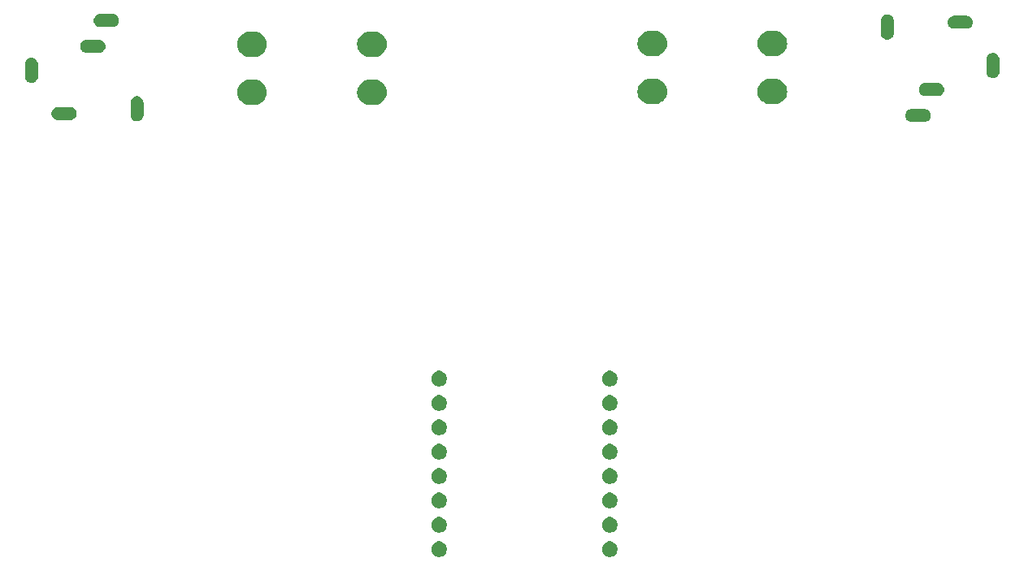
<source format=gbs>
G04 #@! TF.GenerationSoftware,KiCad,Pcbnew,(5.0.2)-1*
G04 #@! TF.CreationDate,2019-02-20T13:19:55+00:00*
G04 #@! TF.ProjectId,SplitAudio,53706c69-7441-4756-9469-6f2e6b696361,rev?*
G04 #@! TF.SameCoordinates,Original*
G04 #@! TF.FileFunction,Soldermask,Bot*
G04 #@! TF.FilePolarity,Negative*
%FSLAX46Y46*%
G04 Gerber Fmt 4.6, Leading zero omitted, Abs format (unit mm)*
G04 Created by KiCad (PCBNEW (5.0.2)-1) date 20/02/2019 13:19:55*
%MOMM*%
%LPD*%
G01*
G04 APERTURE LIST*
%ADD10C,0.100000*%
G04 APERTURE END LIST*
D10*
G36*
X159622142Y-121138242D02*
X159770102Y-121199530D01*
X159903258Y-121288502D01*
X160016498Y-121401742D01*
X160105470Y-121534898D01*
X160166758Y-121682858D01*
X160198000Y-121839925D01*
X160198000Y-122000075D01*
X160166758Y-122157142D01*
X160105470Y-122305102D01*
X160016498Y-122438258D01*
X159903258Y-122551498D01*
X159770102Y-122640470D01*
X159622142Y-122701758D01*
X159465075Y-122733000D01*
X159304925Y-122733000D01*
X159147858Y-122701758D01*
X158999898Y-122640470D01*
X158866742Y-122551498D01*
X158753502Y-122438258D01*
X158664530Y-122305102D01*
X158603242Y-122157142D01*
X158572000Y-122000075D01*
X158572000Y-121839925D01*
X158603242Y-121682858D01*
X158664530Y-121534898D01*
X158753502Y-121401742D01*
X158866742Y-121288502D01*
X158999898Y-121199530D01*
X159147858Y-121138242D01*
X159304925Y-121107000D01*
X159465075Y-121107000D01*
X159622142Y-121138242D01*
X159622142Y-121138242D01*
G37*
G36*
X141842142Y-121138242D02*
X141990102Y-121199530D01*
X142123258Y-121288502D01*
X142236498Y-121401742D01*
X142325470Y-121534898D01*
X142386758Y-121682858D01*
X142418000Y-121839925D01*
X142418000Y-122000075D01*
X142386758Y-122157142D01*
X142325470Y-122305102D01*
X142236498Y-122438258D01*
X142123258Y-122551498D01*
X141990102Y-122640470D01*
X141842142Y-122701758D01*
X141685075Y-122733000D01*
X141524925Y-122733000D01*
X141367858Y-122701758D01*
X141219898Y-122640470D01*
X141086742Y-122551498D01*
X140973502Y-122438258D01*
X140884530Y-122305102D01*
X140823242Y-122157142D01*
X140792000Y-122000075D01*
X140792000Y-121839925D01*
X140823242Y-121682858D01*
X140884530Y-121534898D01*
X140973502Y-121401742D01*
X141086742Y-121288502D01*
X141219898Y-121199530D01*
X141367858Y-121138242D01*
X141524925Y-121107000D01*
X141685075Y-121107000D01*
X141842142Y-121138242D01*
X141842142Y-121138242D01*
G37*
G36*
X159622142Y-118598242D02*
X159770102Y-118659530D01*
X159903258Y-118748502D01*
X160016498Y-118861742D01*
X160105470Y-118994898D01*
X160166758Y-119142858D01*
X160198000Y-119299925D01*
X160198000Y-119460075D01*
X160166758Y-119617142D01*
X160105470Y-119765102D01*
X160016498Y-119898258D01*
X159903258Y-120011498D01*
X159770102Y-120100470D01*
X159622142Y-120161758D01*
X159465075Y-120193000D01*
X159304925Y-120193000D01*
X159147858Y-120161758D01*
X158999898Y-120100470D01*
X158866742Y-120011498D01*
X158753502Y-119898258D01*
X158664530Y-119765102D01*
X158603242Y-119617142D01*
X158572000Y-119460075D01*
X158572000Y-119299925D01*
X158603242Y-119142858D01*
X158664530Y-118994898D01*
X158753502Y-118861742D01*
X158866742Y-118748502D01*
X158999898Y-118659530D01*
X159147858Y-118598242D01*
X159304925Y-118567000D01*
X159465075Y-118567000D01*
X159622142Y-118598242D01*
X159622142Y-118598242D01*
G37*
G36*
X141842142Y-118598242D02*
X141990102Y-118659530D01*
X142123258Y-118748502D01*
X142236498Y-118861742D01*
X142325470Y-118994898D01*
X142386758Y-119142858D01*
X142418000Y-119299925D01*
X142418000Y-119460075D01*
X142386758Y-119617142D01*
X142325470Y-119765102D01*
X142236498Y-119898258D01*
X142123258Y-120011498D01*
X141990102Y-120100470D01*
X141842142Y-120161758D01*
X141685075Y-120193000D01*
X141524925Y-120193000D01*
X141367858Y-120161758D01*
X141219898Y-120100470D01*
X141086742Y-120011498D01*
X140973502Y-119898258D01*
X140884530Y-119765102D01*
X140823242Y-119617142D01*
X140792000Y-119460075D01*
X140792000Y-119299925D01*
X140823242Y-119142858D01*
X140884530Y-118994898D01*
X140973502Y-118861742D01*
X141086742Y-118748502D01*
X141219898Y-118659530D01*
X141367858Y-118598242D01*
X141524925Y-118567000D01*
X141685075Y-118567000D01*
X141842142Y-118598242D01*
X141842142Y-118598242D01*
G37*
G36*
X159622142Y-116058242D02*
X159770102Y-116119530D01*
X159903258Y-116208502D01*
X160016498Y-116321742D01*
X160105470Y-116454898D01*
X160166758Y-116602858D01*
X160198000Y-116759925D01*
X160198000Y-116920075D01*
X160166758Y-117077142D01*
X160105470Y-117225102D01*
X160016498Y-117358258D01*
X159903258Y-117471498D01*
X159770102Y-117560470D01*
X159622142Y-117621758D01*
X159465075Y-117653000D01*
X159304925Y-117653000D01*
X159147858Y-117621758D01*
X158999898Y-117560470D01*
X158866742Y-117471498D01*
X158753502Y-117358258D01*
X158664530Y-117225102D01*
X158603242Y-117077142D01*
X158572000Y-116920075D01*
X158572000Y-116759925D01*
X158603242Y-116602858D01*
X158664530Y-116454898D01*
X158753502Y-116321742D01*
X158866742Y-116208502D01*
X158999898Y-116119530D01*
X159147858Y-116058242D01*
X159304925Y-116027000D01*
X159465075Y-116027000D01*
X159622142Y-116058242D01*
X159622142Y-116058242D01*
G37*
G36*
X141842142Y-116058242D02*
X141990102Y-116119530D01*
X142123258Y-116208502D01*
X142236498Y-116321742D01*
X142325470Y-116454898D01*
X142386758Y-116602858D01*
X142418000Y-116759925D01*
X142418000Y-116920075D01*
X142386758Y-117077142D01*
X142325470Y-117225102D01*
X142236498Y-117358258D01*
X142123258Y-117471498D01*
X141990102Y-117560470D01*
X141842142Y-117621758D01*
X141685075Y-117653000D01*
X141524925Y-117653000D01*
X141367858Y-117621758D01*
X141219898Y-117560470D01*
X141086742Y-117471498D01*
X140973502Y-117358258D01*
X140884530Y-117225102D01*
X140823242Y-117077142D01*
X140792000Y-116920075D01*
X140792000Y-116759925D01*
X140823242Y-116602858D01*
X140884530Y-116454898D01*
X140973502Y-116321742D01*
X141086742Y-116208502D01*
X141219898Y-116119530D01*
X141367858Y-116058242D01*
X141524925Y-116027000D01*
X141685075Y-116027000D01*
X141842142Y-116058242D01*
X141842142Y-116058242D01*
G37*
G36*
X141842142Y-113518242D02*
X141990102Y-113579530D01*
X142123258Y-113668502D01*
X142236498Y-113781742D01*
X142325470Y-113914898D01*
X142386758Y-114062858D01*
X142418000Y-114219925D01*
X142418000Y-114380075D01*
X142386758Y-114537142D01*
X142325470Y-114685102D01*
X142236498Y-114818258D01*
X142123258Y-114931498D01*
X141990102Y-115020470D01*
X141842142Y-115081758D01*
X141685075Y-115113000D01*
X141524925Y-115113000D01*
X141367858Y-115081758D01*
X141219898Y-115020470D01*
X141086742Y-114931498D01*
X140973502Y-114818258D01*
X140884530Y-114685102D01*
X140823242Y-114537142D01*
X140792000Y-114380075D01*
X140792000Y-114219925D01*
X140823242Y-114062858D01*
X140884530Y-113914898D01*
X140973502Y-113781742D01*
X141086742Y-113668502D01*
X141219898Y-113579530D01*
X141367858Y-113518242D01*
X141524925Y-113487000D01*
X141685075Y-113487000D01*
X141842142Y-113518242D01*
X141842142Y-113518242D01*
G37*
G36*
X159622142Y-113518242D02*
X159770102Y-113579530D01*
X159903258Y-113668502D01*
X160016498Y-113781742D01*
X160105470Y-113914898D01*
X160166758Y-114062858D01*
X160198000Y-114219925D01*
X160198000Y-114380075D01*
X160166758Y-114537142D01*
X160105470Y-114685102D01*
X160016498Y-114818258D01*
X159903258Y-114931498D01*
X159770102Y-115020470D01*
X159622142Y-115081758D01*
X159465075Y-115113000D01*
X159304925Y-115113000D01*
X159147858Y-115081758D01*
X158999898Y-115020470D01*
X158866742Y-114931498D01*
X158753502Y-114818258D01*
X158664530Y-114685102D01*
X158603242Y-114537142D01*
X158572000Y-114380075D01*
X158572000Y-114219925D01*
X158603242Y-114062858D01*
X158664530Y-113914898D01*
X158753502Y-113781742D01*
X158866742Y-113668502D01*
X158999898Y-113579530D01*
X159147858Y-113518242D01*
X159304925Y-113487000D01*
X159465075Y-113487000D01*
X159622142Y-113518242D01*
X159622142Y-113518242D01*
G37*
G36*
X141842142Y-110978242D02*
X141990102Y-111039530D01*
X142123258Y-111128502D01*
X142236498Y-111241742D01*
X142325470Y-111374898D01*
X142386758Y-111522858D01*
X142418000Y-111679925D01*
X142418000Y-111840075D01*
X142386758Y-111997142D01*
X142325470Y-112145102D01*
X142236498Y-112278258D01*
X142123258Y-112391498D01*
X141990102Y-112480470D01*
X141842142Y-112541758D01*
X141685075Y-112573000D01*
X141524925Y-112573000D01*
X141367858Y-112541758D01*
X141219898Y-112480470D01*
X141086742Y-112391498D01*
X140973502Y-112278258D01*
X140884530Y-112145102D01*
X140823242Y-111997142D01*
X140792000Y-111840075D01*
X140792000Y-111679925D01*
X140823242Y-111522858D01*
X140884530Y-111374898D01*
X140973502Y-111241742D01*
X141086742Y-111128502D01*
X141219898Y-111039530D01*
X141367858Y-110978242D01*
X141524925Y-110947000D01*
X141685075Y-110947000D01*
X141842142Y-110978242D01*
X141842142Y-110978242D01*
G37*
G36*
X159622142Y-110978242D02*
X159770102Y-111039530D01*
X159903258Y-111128502D01*
X160016498Y-111241742D01*
X160105470Y-111374898D01*
X160166758Y-111522858D01*
X160198000Y-111679925D01*
X160198000Y-111840075D01*
X160166758Y-111997142D01*
X160105470Y-112145102D01*
X160016498Y-112278258D01*
X159903258Y-112391498D01*
X159770102Y-112480470D01*
X159622142Y-112541758D01*
X159465075Y-112573000D01*
X159304925Y-112573000D01*
X159147858Y-112541758D01*
X158999898Y-112480470D01*
X158866742Y-112391498D01*
X158753502Y-112278258D01*
X158664530Y-112145102D01*
X158603242Y-111997142D01*
X158572000Y-111840075D01*
X158572000Y-111679925D01*
X158603242Y-111522858D01*
X158664530Y-111374898D01*
X158753502Y-111241742D01*
X158866742Y-111128502D01*
X158999898Y-111039530D01*
X159147858Y-110978242D01*
X159304925Y-110947000D01*
X159465075Y-110947000D01*
X159622142Y-110978242D01*
X159622142Y-110978242D01*
G37*
G36*
X141842142Y-108438242D02*
X141990102Y-108499530D01*
X142123258Y-108588502D01*
X142236498Y-108701742D01*
X142325470Y-108834898D01*
X142386758Y-108982858D01*
X142418000Y-109139925D01*
X142418000Y-109300075D01*
X142386758Y-109457142D01*
X142325470Y-109605102D01*
X142236498Y-109738258D01*
X142123258Y-109851498D01*
X141990102Y-109940470D01*
X141842142Y-110001758D01*
X141685075Y-110033000D01*
X141524925Y-110033000D01*
X141367858Y-110001758D01*
X141219898Y-109940470D01*
X141086742Y-109851498D01*
X140973502Y-109738258D01*
X140884530Y-109605102D01*
X140823242Y-109457142D01*
X140792000Y-109300075D01*
X140792000Y-109139925D01*
X140823242Y-108982858D01*
X140884530Y-108834898D01*
X140973502Y-108701742D01*
X141086742Y-108588502D01*
X141219898Y-108499530D01*
X141367858Y-108438242D01*
X141524925Y-108407000D01*
X141685075Y-108407000D01*
X141842142Y-108438242D01*
X141842142Y-108438242D01*
G37*
G36*
X159622142Y-108438242D02*
X159770102Y-108499530D01*
X159903258Y-108588502D01*
X160016498Y-108701742D01*
X160105470Y-108834898D01*
X160166758Y-108982858D01*
X160198000Y-109139925D01*
X160198000Y-109300075D01*
X160166758Y-109457142D01*
X160105470Y-109605102D01*
X160016498Y-109738258D01*
X159903258Y-109851498D01*
X159770102Y-109940470D01*
X159622142Y-110001758D01*
X159465075Y-110033000D01*
X159304925Y-110033000D01*
X159147858Y-110001758D01*
X158999898Y-109940470D01*
X158866742Y-109851498D01*
X158753502Y-109738258D01*
X158664530Y-109605102D01*
X158603242Y-109457142D01*
X158572000Y-109300075D01*
X158572000Y-109139925D01*
X158603242Y-108982858D01*
X158664530Y-108834898D01*
X158753502Y-108701742D01*
X158866742Y-108588502D01*
X158999898Y-108499530D01*
X159147858Y-108438242D01*
X159304925Y-108407000D01*
X159465075Y-108407000D01*
X159622142Y-108438242D01*
X159622142Y-108438242D01*
G37*
G36*
X141842142Y-105898242D02*
X141990102Y-105959530D01*
X142123258Y-106048502D01*
X142236498Y-106161742D01*
X142325470Y-106294898D01*
X142386758Y-106442858D01*
X142418000Y-106599925D01*
X142418000Y-106760075D01*
X142386758Y-106917142D01*
X142325470Y-107065102D01*
X142236498Y-107198258D01*
X142123258Y-107311498D01*
X141990102Y-107400470D01*
X141842142Y-107461758D01*
X141685075Y-107493000D01*
X141524925Y-107493000D01*
X141367858Y-107461758D01*
X141219898Y-107400470D01*
X141086742Y-107311498D01*
X140973502Y-107198258D01*
X140884530Y-107065102D01*
X140823242Y-106917142D01*
X140792000Y-106760075D01*
X140792000Y-106599925D01*
X140823242Y-106442858D01*
X140884530Y-106294898D01*
X140973502Y-106161742D01*
X141086742Y-106048502D01*
X141219898Y-105959530D01*
X141367858Y-105898242D01*
X141524925Y-105867000D01*
X141685075Y-105867000D01*
X141842142Y-105898242D01*
X141842142Y-105898242D01*
G37*
G36*
X159622142Y-105898242D02*
X159770102Y-105959530D01*
X159903258Y-106048502D01*
X160016498Y-106161742D01*
X160105470Y-106294898D01*
X160166758Y-106442858D01*
X160198000Y-106599925D01*
X160198000Y-106760075D01*
X160166758Y-106917142D01*
X160105470Y-107065102D01*
X160016498Y-107198258D01*
X159903258Y-107311498D01*
X159770102Y-107400470D01*
X159622142Y-107461758D01*
X159465075Y-107493000D01*
X159304925Y-107493000D01*
X159147858Y-107461758D01*
X158999898Y-107400470D01*
X158866742Y-107311498D01*
X158753502Y-107198258D01*
X158664530Y-107065102D01*
X158603242Y-106917142D01*
X158572000Y-106760075D01*
X158572000Y-106599925D01*
X158603242Y-106442858D01*
X158664530Y-106294898D01*
X158753502Y-106161742D01*
X158866742Y-106048502D01*
X158999898Y-105959530D01*
X159147858Y-105898242D01*
X159304925Y-105867000D01*
X159465075Y-105867000D01*
X159622142Y-105898242D01*
X159622142Y-105898242D01*
G37*
G36*
X141842142Y-103358242D02*
X141990102Y-103419530D01*
X142123258Y-103508502D01*
X142236498Y-103621742D01*
X142325470Y-103754898D01*
X142386758Y-103902858D01*
X142418000Y-104059925D01*
X142418000Y-104220075D01*
X142386758Y-104377142D01*
X142325470Y-104525102D01*
X142236498Y-104658258D01*
X142123258Y-104771498D01*
X141990102Y-104860470D01*
X141842142Y-104921758D01*
X141685075Y-104953000D01*
X141524925Y-104953000D01*
X141367858Y-104921758D01*
X141219898Y-104860470D01*
X141086742Y-104771498D01*
X140973502Y-104658258D01*
X140884530Y-104525102D01*
X140823242Y-104377142D01*
X140792000Y-104220075D01*
X140792000Y-104059925D01*
X140823242Y-103902858D01*
X140884530Y-103754898D01*
X140973502Y-103621742D01*
X141086742Y-103508502D01*
X141219898Y-103419530D01*
X141367858Y-103358242D01*
X141524925Y-103327000D01*
X141685075Y-103327000D01*
X141842142Y-103358242D01*
X141842142Y-103358242D01*
G37*
G36*
X159622142Y-103358242D02*
X159770102Y-103419530D01*
X159903258Y-103508502D01*
X160016498Y-103621742D01*
X160105470Y-103754898D01*
X160166758Y-103902858D01*
X160198000Y-104059925D01*
X160198000Y-104220075D01*
X160166758Y-104377142D01*
X160105470Y-104525102D01*
X160016498Y-104658258D01*
X159903258Y-104771498D01*
X159770102Y-104860470D01*
X159622142Y-104921758D01*
X159465075Y-104953000D01*
X159304925Y-104953000D01*
X159147858Y-104921758D01*
X158999898Y-104860470D01*
X158866742Y-104771498D01*
X158753502Y-104658258D01*
X158664530Y-104525102D01*
X158603242Y-104377142D01*
X158572000Y-104220075D01*
X158572000Y-104059925D01*
X158603242Y-103902858D01*
X158664530Y-103754898D01*
X158753502Y-103621742D01*
X158866742Y-103508502D01*
X158999898Y-103419530D01*
X159147858Y-103358242D01*
X159304925Y-103327000D01*
X159465075Y-103327000D01*
X159622142Y-103358242D01*
X159622142Y-103358242D01*
G37*
G36*
X192239003Y-76031559D02*
X192272303Y-76034839D01*
X192336394Y-76054281D01*
X192400485Y-76073722D01*
X192518617Y-76136865D01*
X192622159Y-76221841D01*
X192707135Y-76325383D01*
X192770278Y-76443515D01*
X192809161Y-76571698D01*
X192822290Y-76705000D01*
X192809161Y-76838302D01*
X192770278Y-76966485D01*
X192707135Y-77084617D01*
X192622159Y-77188159D01*
X192518617Y-77273135D01*
X192400485Y-77336278D01*
X192336394Y-77355719D01*
X192272303Y-77375161D01*
X192239003Y-77378441D01*
X192172406Y-77385000D01*
X190847594Y-77385000D01*
X190780997Y-77378441D01*
X190747697Y-77375161D01*
X190683606Y-77355719D01*
X190619515Y-77336278D01*
X190501383Y-77273135D01*
X190397841Y-77188159D01*
X190312865Y-77084617D01*
X190249722Y-76966485D01*
X190210839Y-76838302D01*
X190197710Y-76705000D01*
X190210839Y-76571698D01*
X190249722Y-76443515D01*
X190312865Y-76325383D01*
X190397841Y-76221841D01*
X190501383Y-76136865D01*
X190619515Y-76073722D01*
X190683606Y-76054281D01*
X190747697Y-76034839D01*
X190780997Y-76031559D01*
X190847594Y-76025000D01*
X192172406Y-76025000D01*
X192239003Y-76031559D01*
X192239003Y-76031559D01*
G37*
G36*
X110273303Y-74705839D02*
X110337393Y-74725280D01*
X110401485Y-74744722D01*
X110519617Y-74807865D01*
X110623159Y-74892841D01*
X110708135Y-74996383D01*
X110771278Y-75114515D01*
X110771278Y-75114516D01*
X110810161Y-75242697D01*
X110820000Y-75342596D01*
X110820000Y-76667404D01*
X110810242Y-76766485D01*
X110810161Y-76767302D01*
X110771278Y-76895485D01*
X110708135Y-77013617D01*
X110623159Y-77117159D01*
X110599862Y-77136278D01*
X110519615Y-77202135D01*
X110464627Y-77231527D01*
X110401484Y-77265278D01*
X110375582Y-77273135D01*
X110273302Y-77304161D01*
X110140000Y-77317290D01*
X110006697Y-77304161D01*
X109904417Y-77273135D01*
X109878515Y-77265278D01*
X109760383Y-77202135D01*
X109656841Y-77117159D01*
X109571866Y-77013616D01*
X109558259Y-76988159D01*
X109508723Y-76895485D01*
X109508722Y-76895484D01*
X109489281Y-76831393D01*
X109469839Y-76767302D01*
X109460000Y-76667403D01*
X109460001Y-75342596D01*
X109469840Y-75242697D01*
X109508723Y-75114516D01*
X109508723Y-75114515D01*
X109571866Y-74996383D01*
X109656842Y-74892841D01*
X109760384Y-74807865D01*
X109878516Y-74744722D01*
X109942607Y-74725281D01*
X110006698Y-74705839D01*
X110140000Y-74692710D01*
X110273303Y-74705839D01*
X110273303Y-74705839D01*
G37*
G36*
X103269003Y-75831559D02*
X103302303Y-75834839D01*
X103366394Y-75854281D01*
X103430485Y-75873722D01*
X103548617Y-75936865D01*
X103652159Y-76021841D01*
X103737135Y-76125383D01*
X103800278Y-76243515D01*
X103839161Y-76371698D01*
X103852290Y-76505000D01*
X103839161Y-76638302D01*
X103800278Y-76766485D01*
X103737135Y-76884617D01*
X103652159Y-76988159D01*
X103548617Y-77073135D01*
X103430485Y-77136278D01*
X103366394Y-77155719D01*
X103302303Y-77175161D01*
X103269003Y-77178441D01*
X103202406Y-77185000D01*
X101877594Y-77185000D01*
X101810997Y-77178441D01*
X101777697Y-77175161D01*
X101713606Y-77155719D01*
X101649515Y-77136278D01*
X101531383Y-77073135D01*
X101427841Y-76988159D01*
X101342865Y-76884617D01*
X101279722Y-76766485D01*
X101240839Y-76638302D01*
X101227710Y-76505000D01*
X101240839Y-76371698D01*
X101279722Y-76243515D01*
X101342865Y-76125383D01*
X101427841Y-76021841D01*
X101531383Y-75936865D01*
X101649515Y-75873722D01*
X101713607Y-75854280D01*
X101777697Y-75834839D01*
X101810997Y-75831559D01*
X101877594Y-75825000D01*
X103202406Y-75825000D01*
X103269003Y-75831559D01*
X103269003Y-75831559D01*
G37*
G36*
X122481689Y-72998706D02*
X122625040Y-73012825D01*
X122870280Y-73087218D01*
X122870282Y-73087219D01*
X123096296Y-73208026D01*
X123294397Y-73370603D01*
X123456974Y-73568704D01*
X123487270Y-73625384D01*
X123577782Y-73794720D01*
X123652175Y-74039960D01*
X123677294Y-74295000D01*
X123652175Y-74550040D01*
X123577782Y-74795280D01*
X123577781Y-74795282D01*
X123456974Y-75021296D01*
X123294397Y-75219397D01*
X123096296Y-75381974D01*
X122880770Y-75497175D01*
X122870280Y-75502782D01*
X122625040Y-75577175D01*
X122481689Y-75591294D01*
X122433906Y-75596000D01*
X121806094Y-75596000D01*
X121758311Y-75591294D01*
X121614960Y-75577175D01*
X121369720Y-75502782D01*
X121359230Y-75497175D01*
X121143704Y-75381974D01*
X120945603Y-75219397D01*
X120783026Y-75021296D01*
X120662219Y-74795282D01*
X120662218Y-74795280D01*
X120587825Y-74550040D01*
X120562706Y-74295000D01*
X120587825Y-74039960D01*
X120662218Y-73794720D01*
X120752730Y-73625384D01*
X120783026Y-73568704D01*
X120945603Y-73370603D01*
X121143704Y-73208026D01*
X121369718Y-73087219D01*
X121369720Y-73087218D01*
X121614960Y-73012825D01*
X121758311Y-72998706D01*
X121806094Y-72994000D01*
X122433906Y-72994000D01*
X122481689Y-72998706D01*
X122481689Y-72998706D01*
G37*
G36*
X134981689Y-72998706D02*
X135125040Y-73012825D01*
X135370280Y-73087218D01*
X135370282Y-73087219D01*
X135596296Y-73208026D01*
X135794397Y-73370603D01*
X135956974Y-73568704D01*
X135987270Y-73625384D01*
X136077782Y-73794720D01*
X136152175Y-74039960D01*
X136177294Y-74295000D01*
X136152175Y-74550040D01*
X136077782Y-74795280D01*
X136077781Y-74795282D01*
X135956974Y-75021296D01*
X135794397Y-75219397D01*
X135596296Y-75381974D01*
X135380770Y-75497175D01*
X135370280Y-75502782D01*
X135125040Y-75577175D01*
X134981689Y-75591294D01*
X134933906Y-75596000D01*
X134306094Y-75596000D01*
X134258311Y-75591294D01*
X134114960Y-75577175D01*
X133869720Y-75502782D01*
X133859230Y-75497175D01*
X133643704Y-75381974D01*
X133445603Y-75219397D01*
X133283026Y-75021296D01*
X133162219Y-74795282D01*
X133162218Y-74795280D01*
X133087825Y-74550040D01*
X133062706Y-74295000D01*
X133087825Y-74039960D01*
X133162218Y-73794720D01*
X133252730Y-73625384D01*
X133283026Y-73568704D01*
X133445603Y-73370603D01*
X133643704Y-73208026D01*
X133869718Y-73087219D01*
X133869720Y-73087218D01*
X134114960Y-73012825D01*
X134258311Y-72998706D01*
X134306094Y-72994000D01*
X134933906Y-72994000D01*
X134981689Y-72998706D01*
X134981689Y-72998706D01*
G37*
G36*
X176691689Y-72918706D02*
X176835040Y-72932825D01*
X177080280Y-73007218D01*
X177080282Y-73007219D01*
X177306296Y-73128026D01*
X177504397Y-73290603D01*
X177666974Y-73488704D01*
X177666975Y-73488706D01*
X177787782Y-73714720D01*
X177862175Y-73959960D01*
X177887294Y-74215000D01*
X177862175Y-74470040D01*
X177787782Y-74715280D01*
X177787781Y-74715282D01*
X177666974Y-74941296D01*
X177504397Y-75139397D01*
X177306296Y-75301974D01*
X177156625Y-75381975D01*
X177080280Y-75422782D01*
X176835040Y-75497175D01*
X176691689Y-75511294D01*
X176643906Y-75516000D01*
X176016094Y-75516000D01*
X175968311Y-75511294D01*
X175824960Y-75497175D01*
X175579720Y-75422782D01*
X175503375Y-75381975D01*
X175353704Y-75301974D01*
X175155603Y-75139397D01*
X174993026Y-74941296D01*
X174872219Y-74715282D01*
X174872218Y-74715280D01*
X174797825Y-74470040D01*
X174772706Y-74215000D01*
X174797825Y-73959960D01*
X174872218Y-73714720D01*
X174993025Y-73488706D01*
X174993026Y-73488704D01*
X175155603Y-73290603D01*
X175353704Y-73128026D01*
X175579718Y-73007219D01*
X175579720Y-73007218D01*
X175824960Y-72932825D01*
X175968311Y-72918706D01*
X176016094Y-72914000D01*
X176643906Y-72914000D01*
X176691689Y-72918706D01*
X176691689Y-72918706D01*
G37*
G36*
X164191689Y-72918706D02*
X164335040Y-72932825D01*
X164580280Y-73007218D01*
X164580282Y-73007219D01*
X164806296Y-73128026D01*
X165004397Y-73290603D01*
X165166974Y-73488704D01*
X165166975Y-73488706D01*
X165287782Y-73714720D01*
X165362175Y-73959960D01*
X165387294Y-74215000D01*
X165362175Y-74470040D01*
X165287782Y-74715280D01*
X165287781Y-74715282D01*
X165166974Y-74941296D01*
X165004397Y-75139397D01*
X164806296Y-75301974D01*
X164656625Y-75381975D01*
X164580280Y-75422782D01*
X164335040Y-75497175D01*
X164191689Y-75511294D01*
X164143906Y-75516000D01*
X163516094Y-75516000D01*
X163468311Y-75511294D01*
X163324960Y-75497175D01*
X163079720Y-75422782D01*
X163003375Y-75381975D01*
X162853704Y-75301974D01*
X162655603Y-75139397D01*
X162493026Y-74941296D01*
X162372219Y-74715282D01*
X162372218Y-74715280D01*
X162297825Y-74470040D01*
X162272706Y-74215000D01*
X162297825Y-73959960D01*
X162372218Y-73714720D01*
X162493025Y-73488706D01*
X162493026Y-73488704D01*
X162655603Y-73290603D01*
X162853704Y-73128026D01*
X163079718Y-73007219D01*
X163079720Y-73007218D01*
X163324960Y-72932825D01*
X163468311Y-72918706D01*
X163516094Y-72914000D01*
X164143906Y-72914000D01*
X164191689Y-72918706D01*
X164191689Y-72918706D01*
G37*
G36*
X193639003Y-73331559D02*
X193672303Y-73334839D01*
X193736393Y-73354280D01*
X193800485Y-73373722D01*
X193918617Y-73436865D01*
X194022159Y-73521841D01*
X194107135Y-73625383D01*
X194170278Y-73743515D01*
X194209161Y-73871698D01*
X194222290Y-74005000D01*
X194209161Y-74138302D01*
X194170278Y-74266485D01*
X194107135Y-74384617D01*
X194022159Y-74488159D01*
X193918617Y-74573135D01*
X193800485Y-74636278D01*
X193736393Y-74655720D01*
X193672303Y-74675161D01*
X193639003Y-74678441D01*
X193572406Y-74685000D01*
X192247594Y-74685000D01*
X192180997Y-74678441D01*
X192147697Y-74675161D01*
X192083606Y-74655719D01*
X192019515Y-74636278D01*
X191901383Y-74573135D01*
X191797841Y-74488159D01*
X191712865Y-74384617D01*
X191649722Y-74266485D01*
X191610839Y-74138302D01*
X191597710Y-74005000D01*
X191610839Y-73871698D01*
X191649722Y-73743515D01*
X191712865Y-73625383D01*
X191797841Y-73521841D01*
X191901383Y-73436865D01*
X192019515Y-73373722D01*
X192083607Y-73354280D01*
X192147697Y-73334839D01*
X192180997Y-73331559D01*
X192247594Y-73325000D01*
X193572406Y-73325000D01*
X193639003Y-73331559D01*
X193639003Y-73331559D01*
G37*
G36*
X99273302Y-70705839D02*
X99337392Y-70725280D01*
X99401484Y-70744722D01*
X99464627Y-70778473D01*
X99519615Y-70807865D01*
X99519617Y-70807866D01*
X99519616Y-70807866D01*
X99623159Y-70892841D01*
X99708135Y-70996383D01*
X99771278Y-71114515D01*
X99810161Y-71242698D01*
X99820000Y-71342594D01*
X99820000Y-72667406D01*
X99810161Y-72767302D01*
X99771278Y-72895485D01*
X99708135Y-73013617D01*
X99623159Y-73117159D01*
X99519617Y-73202135D01*
X99401485Y-73265278D01*
X99337394Y-73284719D01*
X99273303Y-73304161D01*
X99140000Y-73317290D01*
X99006698Y-73304161D01*
X98942607Y-73284719D01*
X98878516Y-73265278D01*
X98760384Y-73202135D01*
X98656842Y-73117159D01*
X98571866Y-73013617D01*
X98508723Y-72895485D01*
X98469840Y-72767302D01*
X98460001Y-72667406D01*
X98460000Y-71342595D01*
X98469839Y-71242699D01*
X98469840Y-71242697D01*
X98508722Y-71114517D01*
X98508722Y-71114516D01*
X98571866Y-70996384D01*
X98656841Y-70892841D01*
X98760383Y-70807865D01*
X98878515Y-70744722D01*
X98942606Y-70725281D01*
X99006697Y-70705839D01*
X99140000Y-70692710D01*
X99273302Y-70705839D01*
X99273302Y-70705839D01*
G37*
G36*
X199443303Y-70205839D02*
X199487998Y-70219397D01*
X199571485Y-70244722D01*
X199689617Y-70307865D01*
X199793159Y-70392841D01*
X199878135Y-70496383D01*
X199941278Y-70614515D01*
X199980161Y-70742698D01*
X199990000Y-70842594D01*
X199990000Y-72167406D01*
X199980161Y-72267302D01*
X199941278Y-72395485D01*
X199878135Y-72513617D01*
X199793159Y-72617159D01*
X199731935Y-72667404D01*
X199689615Y-72702135D01*
X199634627Y-72731527D01*
X199571484Y-72765278D01*
X199507392Y-72784720D01*
X199443302Y-72804161D01*
X199310000Y-72817290D01*
X199176697Y-72804161D01*
X199112606Y-72784719D01*
X199048515Y-72765278D01*
X198930383Y-72702135D01*
X198826841Y-72617159D01*
X198741866Y-72513616D01*
X198678722Y-72395484D01*
X198659280Y-72331392D01*
X198639839Y-72267302D01*
X198630000Y-72167403D01*
X198630001Y-70842596D01*
X198633422Y-70807866D01*
X198639840Y-70742698D01*
X198678723Y-70614515D01*
X198741866Y-70496383D01*
X198826842Y-70392841D01*
X198930384Y-70307865D01*
X199048516Y-70244722D01*
X199132003Y-70219397D01*
X199176698Y-70205839D01*
X199310000Y-70192710D01*
X199443303Y-70205839D01*
X199443303Y-70205839D01*
G37*
G36*
X122481689Y-67998706D02*
X122625040Y-68012825D01*
X122870280Y-68087218D01*
X122870282Y-68087219D01*
X123096296Y-68208026D01*
X123294397Y-68370603D01*
X123456974Y-68568704D01*
X123456975Y-68568706D01*
X123577782Y-68794720D01*
X123652175Y-69039960D01*
X123677294Y-69295000D01*
X123652175Y-69550040D01*
X123577782Y-69795280D01*
X123577781Y-69795282D01*
X123456974Y-70021296D01*
X123294397Y-70219397D01*
X123096296Y-70381974D01*
X122882252Y-70496383D01*
X122870280Y-70502782D01*
X122625040Y-70577175D01*
X122481689Y-70591294D01*
X122433906Y-70596000D01*
X121806094Y-70596000D01*
X121758311Y-70591294D01*
X121614960Y-70577175D01*
X121369720Y-70502782D01*
X121357748Y-70496383D01*
X121143704Y-70381974D01*
X120945603Y-70219397D01*
X120783026Y-70021296D01*
X120662219Y-69795282D01*
X120662218Y-69795280D01*
X120587825Y-69550040D01*
X120562706Y-69295000D01*
X120587825Y-69039960D01*
X120662218Y-68794720D01*
X120783025Y-68568706D01*
X120783026Y-68568704D01*
X120945603Y-68370603D01*
X121143704Y-68208026D01*
X121369718Y-68087219D01*
X121369720Y-68087218D01*
X121614960Y-68012825D01*
X121758311Y-67998706D01*
X121806094Y-67994000D01*
X122433906Y-67994000D01*
X122481689Y-67998706D01*
X122481689Y-67998706D01*
G37*
G36*
X134981689Y-67998706D02*
X135125040Y-68012825D01*
X135370280Y-68087218D01*
X135370282Y-68087219D01*
X135596296Y-68208026D01*
X135794397Y-68370603D01*
X135956974Y-68568704D01*
X135956975Y-68568706D01*
X136077782Y-68794720D01*
X136152175Y-69039960D01*
X136177294Y-69295000D01*
X136152175Y-69550040D01*
X136077782Y-69795280D01*
X136077781Y-69795282D01*
X135956974Y-70021296D01*
X135794397Y-70219397D01*
X135596296Y-70381974D01*
X135382252Y-70496383D01*
X135370280Y-70502782D01*
X135125040Y-70577175D01*
X134981689Y-70591294D01*
X134933906Y-70596000D01*
X134306094Y-70596000D01*
X134258311Y-70591294D01*
X134114960Y-70577175D01*
X133869720Y-70502782D01*
X133857748Y-70496383D01*
X133643704Y-70381974D01*
X133445603Y-70219397D01*
X133283026Y-70021296D01*
X133162219Y-69795282D01*
X133162218Y-69795280D01*
X133087825Y-69550040D01*
X133062706Y-69295000D01*
X133087825Y-69039960D01*
X133162218Y-68794720D01*
X133283025Y-68568706D01*
X133283026Y-68568704D01*
X133445603Y-68370603D01*
X133643704Y-68208026D01*
X133869718Y-68087219D01*
X133869720Y-68087218D01*
X134114960Y-68012825D01*
X134258311Y-67998706D01*
X134306094Y-67994000D01*
X134933906Y-67994000D01*
X134981689Y-67998706D01*
X134981689Y-67998706D01*
G37*
G36*
X176691689Y-67918706D02*
X176835040Y-67932825D01*
X177080280Y-68007218D01*
X177080282Y-68007219D01*
X177306296Y-68128026D01*
X177504397Y-68290603D01*
X177666974Y-68488704D01*
X177666975Y-68488706D01*
X177787782Y-68714720D01*
X177862175Y-68959960D01*
X177887294Y-69215000D01*
X177862175Y-69470040D01*
X177787782Y-69715280D01*
X177787781Y-69715282D01*
X177666974Y-69941296D01*
X177504397Y-70139397D01*
X177306296Y-70301974D01*
X177156625Y-70381975D01*
X177080280Y-70422782D01*
X176835040Y-70497175D01*
X176691689Y-70511294D01*
X176643906Y-70516000D01*
X176016094Y-70516000D01*
X175968311Y-70511294D01*
X175824960Y-70497175D01*
X175579720Y-70422782D01*
X175503375Y-70381975D01*
X175353704Y-70301974D01*
X175155603Y-70139397D01*
X174993026Y-69941296D01*
X174872219Y-69715282D01*
X174872218Y-69715280D01*
X174797825Y-69470040D01*
X174772706Y-69215000D01*
X174797825Y-68959960D01*
X174872218Y-68714720D01*
X174993025Y-68488706D01*
X174993026Y-68488704D01*
X175155603Y-68290603D01*
X175353704Y-68128026D01*
X175579718Y-68007219D01*
X175579720Y-68007218D01*
X175824960Y-67932825D01*
X175968311Y-67918706D01*
X176016094Y-67914000D01*
X176643906Y-67914000D01*
X176691689Y-67918706D01*
X176691689Y-67918706D01*
G37*
G36*
X164191689Y-67918706D02*
X164335040Y-67932825D01*
X164580280Y-68007218D01*
X164580282Y-68007219D01*
X164806296Y-68128026D01*
X165004397Y-68290603D01*
X165166974Y-68488704D01*
X165166975Y-68488706D01*
X165287782Y-68714720D01*
X165362175Y-68959960D01*
X165387294Y-69215000D01*
X165362175Y-69470040D01*
X165287782Y-69715280D01*
X165287781Y-69715282D01*
X165166974Y-69941296D01*
X165004397Y-70139397D01*
X164806296Y-70301974D01*
X164656625Y-70381975D01*
X164580280Y-70422782D01*
X164335040Y-70497175D01*
X164191689Y-70511294D01*
X164143906Y-70516000D01*
X163516094Y-70516000D01*
X163468311Y-70511294D01*
X163324960Y-70497175D01*
X163079720Y-70422782D01*
X163003375Y-70381975D01*
X162853704Y-70301974D01*
X162655603Y-70139397D01*
X162493026Y-69941296D01*
X162372219Y-69715282D01*
X162372218Y-69715280D01*
X162297825Y-69470040D01*
X162272706Y-69215000D01*
X162297825Y-68959960D01*
X162372218Y-68714720D01*
X162493025Y-68488706D01*
X162493026Y-68488704D01*
X162655603Y-68290603D01*
X162853704Y-68128026D01*
X163079718Y-68007219D01*
X163079720Y-68007218D01*
X163324960Y-67932825D01*
X163468311Y-67918706D01*
X163516094Y-67914000D01*
X164143906Y-67914000D01*
X164191689Y-67918706D01*
X164191689Y-67918706D01*
G37*
G36*
X106269003Y-68831559D02*
X106302303Y-68834839D01*
X106366394Y-68854281D01*
X106430485Y-68873722D01*
X106548617Y-68936865D01*
X106652159Y-69021841D01*
X106737135Y-69125383D01*
X106800278Y-69243515D01*
X106839161Y-69371698D01*
X106852290Y-69505000D01*
X106839161Y-69638302D01*
X106800278Y-69766485D01*
X106737135Y-69884617D01*
X106652159Y-69988159D01*
X106548617Y-70073135D01*
X106430485Y-70136278D01*
X106366394Y-70155719D01*
X106302303Y-70175161D01*
X106269003Y-70178441D01*
X106202406Y-70185000D01*
X104877594Y-70185000D01*
X104810997Y-70178441D01*
X104777697Y-70175161D01*
X104713606Y-70155719D01*
X104649515Y-70136278D01*
X104531383Y-70073135D01*
X104427841Y-69988159D01*
X104342865Y-69884617D01*
X104279722Y-69766485D01*
X104240839Y-69638302D01*
X104227710Y-69505000D01*
X104240839Y-69371698D01*
X104279722Y-69243515D01*
X104342865Y-69125383D01*
X104427841Y-69021841D01*
X104531383Y-68936865D01*
X104649515Y-68873722D01*
X104713606Y-68854281D01*
X104777697Y-68834839D01*
X104810997Y-68831559D01*
X104877594Y-68825000D01*
X106202406Y-68825000D01*
X106269003Y-68831559D01*
X106269003Y-68831559D01*
G37*
G36*
X188443302Y-66205839D02*
X188507393Y-66225281D01*
X188571484Y-66244722D01*
X188634627Y-66278473D01*
X188689615Y-66307865D01*
X188689617Y-66307866D01*
X188689616Y-66307866D01*
X188793159Y-66392841D01*
X188878135Y-66496383D01*
X188941278Y-66614515D01*
X188944575Y-66625384D01*
X188980161Y-66742697D01*
X188980242Y-66743516D01*
X188990000Y-66842594D01*
X188990000Y-68167406D01*
X188980161Y-68267302D01*
X188941278Y-68395485D01*
X188878135Y-68513617D01*
X188793159Y-68617159D01*
X188689617Y-68702135D01*
X188571485Y-68765278D01*
X188507393Y-68784720D01*
X188443303Y-68804161D01*
X188310000Y-68817290D01*
X188176698Y-68804161D01*
X188112608Y-68784720D01*
X188048516Y-68765278D01*
X187930384Y-68702135D01*
X187826842Y-68617159D01*
X187741866Y-68513617D01*
X187678723Y-68395485D01*
X187639840Y-68267302D01*
X187630001Y-68167406D01*
X187630000Y-66842595D01*
X187636559Y-66775998D01*
X187639839Y-66742698D01*
X187661377Y-66671697D01*
X187678722Y-66614516D01*
X187716673Y-66543516D01*
X187741865Y-66496385D01*
X187800135Y-66425383D01*
X187826841Y-66392841D01*
X187930383Y-66307865D01*
X188048515Y-66244722D01*
X188112607Y-66225280D01*
X188176697Y-66205839D01*
X188310000Y-66192710D01*
X188443302Y-66205839D01*
X188443302Y-66205839D01*
G37*
G36*
X196639003Y-66331559D02*
X196672303Y-66334839D01*
X196736393Y-66354280D01*
X196800485Y-66373722D01*
X196918617Y-66436865D01*
X197022159Y-66521841D01*
X197107135Y-66625383D01*
X197170278Y-66743515D01*
X197209161Y-66871698D01*
X197222290Y-67005000D01*
X197209161Y-67138302D01*
X197170278Y-67266485D01*
X197107135Y-67384617D01*
X197022159Y-67488159D01*
X196918617Y-67573135D01*
X196800485Y-67636278D01*
X196736394Y-67655719D01*
X196672303Y-67675161D01*
X196639003Y-67678441D01*
X196572406Y-67685000D01*
X195247594Y-67685000D01*
X195180997Y-67678441D01*
X195147697Y-67675161D01*
X195083606Y-67655719D01*
X195019515Y-67636278D01*
X194901383Y-67573135D01*
X194797841Y-67488159D01*
X194712865Y-67384617D01*
X194649722Y-67266485D01*
X194610839Y-67138302D01*
X194597710Y-67005000D01*
X194610839Y-66871698D01*
X194649722Y-66743515D01*
X194712865Y-66625383D01*
X194797841Y-66521841D01*
X194901383Y-66436865D01*
X195019515Y-66373722D01*
X195083607Y-66354280D01*
X195147697Y-66334839D01*
X195180997Y-66331559D01*
X195247594Y-66325000D01*
X196572406Y-66325000D01*
X196639003Y-66331559D01*
X196639003Y-66331559D01*
G37*
G36*
X107669003Y-66131559D02*
X107702303Y-66134839D01*
X107766393Y-66154280D01*
X107830485Y-66173722D01*
X107948617Y-66236865D01*
X108052159Y-66321841D01*
X108137135Y-66425383D01*
X108200278Y-66543515D01*
X108239161Y-66671698D01*
X108252290Y-66805000D01*
X108239161Y-66938302D01*
X108200278Y-67066485D01*
X108137135Y-67184617D01*
X108052159Y-67288159D01*
X107948617Y-67373135D01*
X107830485Y-67436278D01*
X107766393Y-67455720D01*
X107702303Y-67475161D01*
X107669003Y-67478441D01*
X107602406Y-67485000D01*
X106277594Y-67485000D01*
X106210997Y-67478441D01*
X106177697Y-67475161D01*
X106113607Y-67455720D01*
X106049515Y-67436278D01*
X105931383Y-67373135D01*
X105827841Y-67288159D01*
X105742865Y-67184617D01*
X105679722Y-67066485D01*
X105640839Y-66938302D01*
X105627710Y-66805000D01*
X105640839Y-66671698D01*
X105679722Y-66543515D01*
X105742865Y-66425383D01*
X105827841Y-66321841D01*
X105931383Y-66236865D01*
X106049515Y-66173722D01*
X106113607Y-66154280D01*
X106177697Y-66134839D01*
X106210997Y-66131559D01*
X106277594Y-66125000D01*
X107602406Y-66125000D01*
X107669003Y-66131559D01*
X107669003Y-66131559D01*
G37*
M02*

</source>
